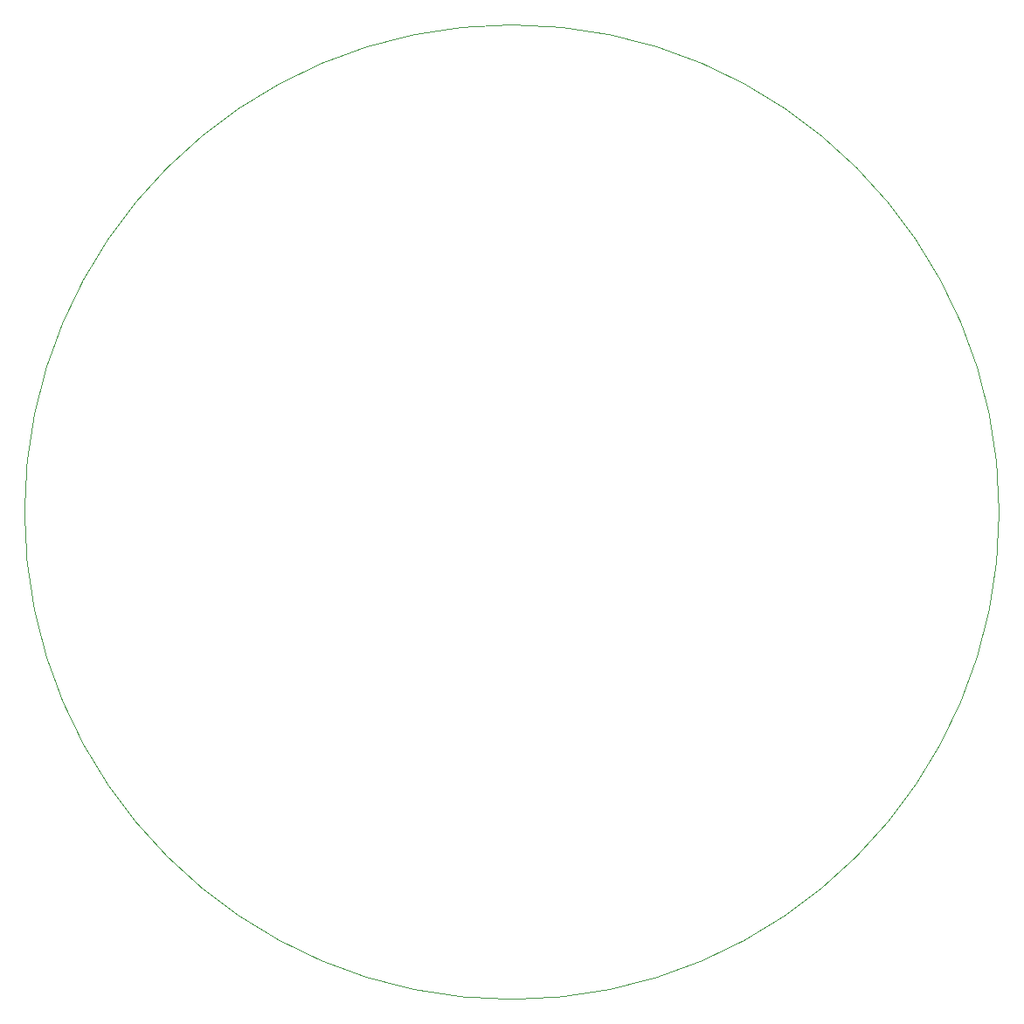
<source format=gbr>
%TF.GenerationSoftware,KiCad,Pcbnew,9.0.5*%
%TF.CreationDate,2025-11-19T17:56:50+08:00*%
%TF.ProjectId,Hackpad Project,4861636b-7061-4642-9050-726f6a656374,rev?*%
%TF.SameCoordinates,Original*%
%TF.FileFunction,Profile,NP*%
%FSLAX46Y46*%
G04 Gerber Fmt 4.6, Leading zero omitted, Abs format (unit mm)*
G04 Created by KiCad (PCBNEW 9.0.5) date 2025-11-19 17:56:50*
%MOMM*%
%LPD*%
G01*
G04 APERTURE LIST*
%TA.AperFunction,Profile*%
%ADD10C,0.050000*%
%TD*%
G04 APERTURE END LIST*
D10*
X156685769Y-85100000D02*
G75*
G02*
X62254231Y-85100000I-47215769J0D01*
G01*
X62254231Y-85100000D02*
G75*
G02*
X156685769Y-85100000I47215769J0D01*
G01*
M02*

</source>
